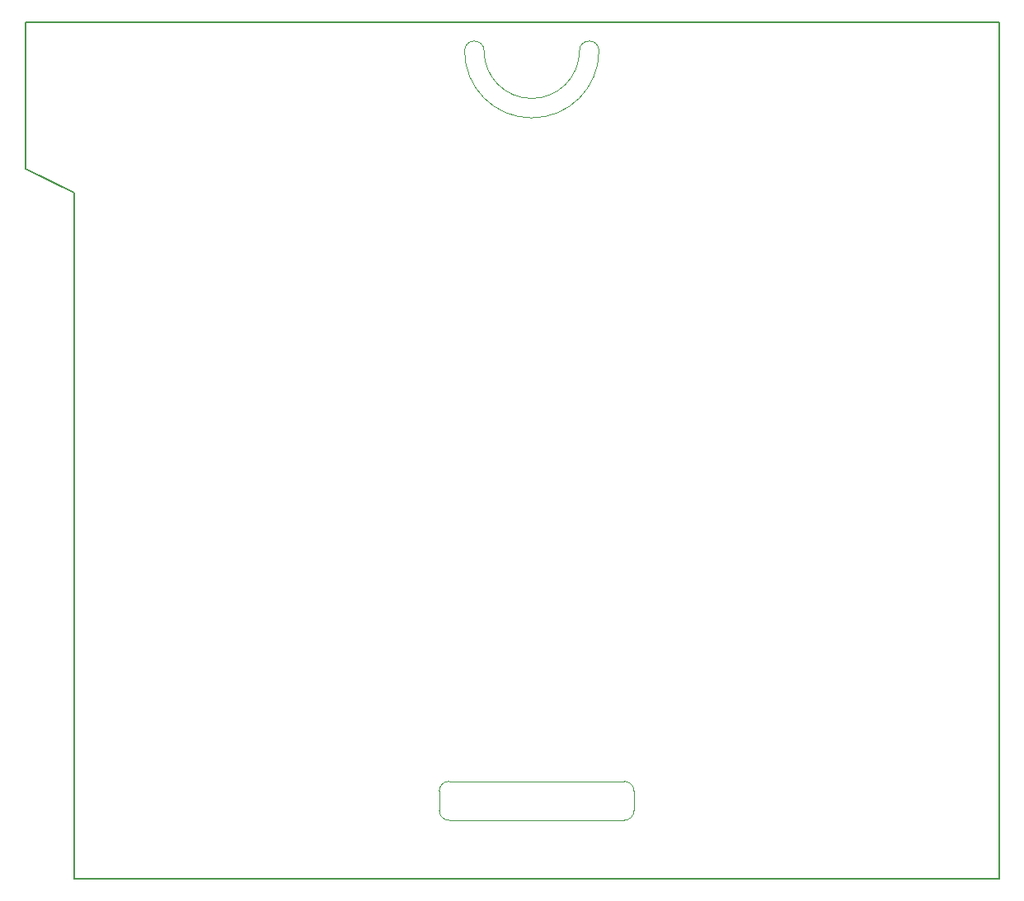
<source format=gbr>
G04 #@! TF.GenerationSoftware,KiCad,Pcbnew,(5.99.0-263-g133772e96)*
G04 #@! TF.CreationDate,2019-11-01T12:35:41+01:00*
G04 #@! TF.ProjectId,pocasicko,706f6361-7369-4636-9b6f-2e6b69636164,1*
G04 #@! TF.SameCoordinates,Original*
G04 #@! TF.FileFunction,Profile,NP*
%FSLAX46Y46*%
G04 Gerber Fmt 4.6, Leading zero omitted, Abs format (unit mm)*
G04 Created by KiCad (PCBNEW (5.99.0-263-g133772e96)) date 2019-11-01 12:35:41*
%MOMM*%
%LPD*%
G04 APERTURE LIST*
%ADD10C,0.050000*%
%ADD11C,0.200000*%
G04 APERTURE END LIST*
D10*
X143500000Y-132000000D02*
G75*
G02X142500000Y-131000000I0J1000000D01*
G01*
X142500000Y-129000000D02*
G75*
G02X143500000Y-128000000I1000000J0D01*
G01*
X161500000Y-128000000D02*
G75*
G02X162500000Y-129000000I0J-1000000D01*
G01*
X162500000Y-131000000D02*
G75*
G02X161500000Y-132000000I-1000000J0D01*
G01*
X145100000Y-52900000D02*
G75*
G02X147100000Y-52900000I1000000J0D01*
G01*
X156900000Y-52900000D02*
G75*
G02X158900000Y-52900000I1000000J0D01*
G01*
X158900000Y-52900000D02*
G75*
G02X145100000Y-52900000I-6900000J0D01*
G01*
X156900000Y-52900000D02*
G75*
G02X147100000Y-52900000I-4900000J0D01*
G01*
D11*
X105000000Y-67500000D02*
X105000000Y-138000000D01*
X100000000Y-65000000D02*
X105000000Y-67500000D01*
D10*
X142500000Y-131000000D02*
X142500000Y-129000000D01*
X161500000Y-132000000D02*
X143500000Y-132000000D01*
X162500000Y-129000000D02*
X162500000Y-131000000D01*
X143500000Y-128000000D02*
X161500000Y-128000000D01*
D11*
X200000000Y-138000000D02*
X105000000Y-138000000D01*
X200000000Y-50000000D02*
X200000000Y-138000000D01*
X100000000Y-50000000D02*
X200000000Y-50000000D01*
X100000000Y-65000000D02*
X100000000Y-50000000D01*
M02*

</source>
